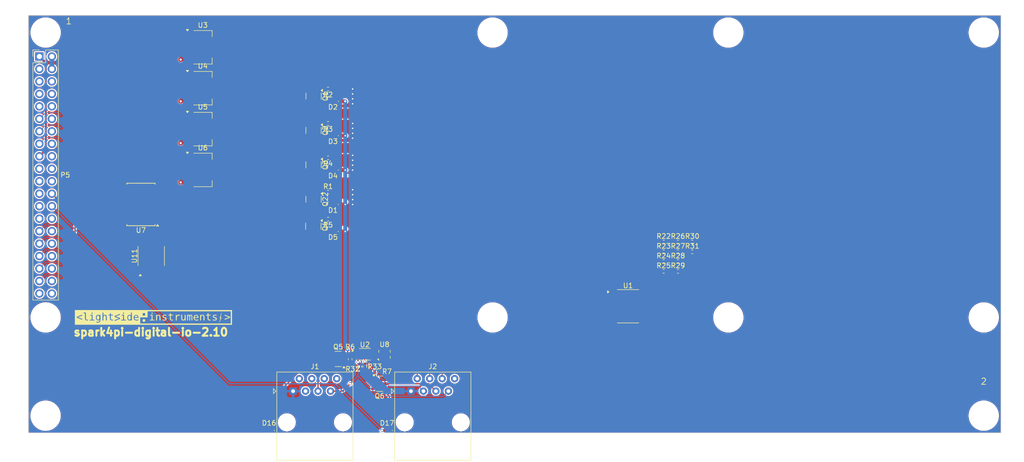
<source format=kicad_pcb>
(kicad_pcb (version 20240108) (generator "pcbnew") (generator_version "8.0")
  (title_block (title "spark4pi-digital-io-2.10") (company "Lightside Instruments AS"))
  (layers (0 "F.Cu" signal) (1 "In1.Cu" mixed) (2 "In2.Cu" mixed) (31 "B.Cu" signal) (34 "B.Paste" user) (35 "F.Paste" user) (36 "B.SilkS" user "B.Silkscreen") (37 "F.SilkS" user "F.Silkscreen") (38 "B.Mask" user) (39 "F.Mask" user) (44 "Edge.Cuts" user))
  (net 0 "")
  (net 1 "GND")
  (net 2 "+5V")
  (net 3 "Net-(Q5-D)")
  (net 4 "v_bus 1")
  (net 5 "+3V3")
  (net 6 "Net-(D17-K)")
  (net 7 "Net-(D1-A)")
  (net 8 "Net-(D2-A)")
  (net 9 "Net-(D3-A)")
  (net 10 "Net-(D4-A)")
  (net 11 "Net-(D5-A)")
  (net 12 "Net-(D16-K)")
  (net 13 "CS_0")
  (net 14 "Net-(Q6-D)")
  (net 15 "Net-(U2-SDA1)")
  (net 16 "Net-(U8-A1)")
  (net 17 "Net-(U8-A3)")
  (net 18 "Net-(U2-SCL1)")
  (net 19 "Net-(U8-A2)")
  (net 20 "bus 1 a 1")
  (net 21 "bus 1 a 2")
  (net 24 "CS_4")
  (net 25 "CS_1")
  (net 27 "unconnected-(P5-PWM0{slash}GPIO12-Pad32)")
  (net 28 "unconnected-(P5-GPIO26-Pad37)")
  (net 30 "unconnected-(P5-GCLK2{slash}GPIO6-Pad31)")
  (net 31 "CS_3")
  (net 32 "SCK")
  (net 33 "unconnected-(P5-GCLK1{slash}GPIO5-Pad29)")
  (net 35 "unconnected-(P5-GPIO16-Pad36)")
  (net 37 "unconnected-(P5-PWM1{slash}GPIO13-Pad33)")
  (net 38 "CS_5")
  (net 39 "CS_2")
  (net 40 "MOSI")
  (net 44 "unconnected-(P5-GPIO19{slash}MISO1-Pad35)")
  (net 48 "MISO")
  (net 49 "SCL")
  (net 51 "unconnected-(P5-GPIO17-Pad11)")
  (net 56 "SDA")
  (net 57 "unconnected-(P5-GPIO18{slash}PWM0-Pad12)")
  (net 58 "+1V2")
  (net 59 "bus 1  1.2v")
  (net 60 "+1V8")
  (net 61 "bus 1  1.8v")
  (net 62 "+2V5")
  (net 63 "bus 1  2.5v")
  (net 64 "bus 1  3.3v")
  (net 65 "bus 1  5v")
  (net 66 "SCL 3")
  (net 67 "SDA 3")
  (net 68 "SCL 2")
  (net 69 "SDA 2")
  (net 70 "SCL 1")
  (net 71 "SDA 1")
  (net 72 "SCL 0")
  (net 73 "SDA 0")
  (net 84 "bus 2  1.8v")
  (net 85 "bus 3  2.5v")
  (net 88 "bus 2  3.3v")
  (net 89 "bus 3  1.2v")
  (net 91 "bus 2  2.5v")
  (net 93 "bus 2  5v")
  (net 94 "bus 2  1.2v")
  (net 95 "bus 3  5v")
  (net 96 "bus 3  3.3v")
  (net 97 "bus 3  1.8v")
  (net 101 "bus 3 a 2")
  (net 102 "bus 2 a 2")
  (net 103 "bus 3 a 1")
  (net 107 "bus 2 a 1")
  (footprint "Diode_SMD:D_0402_1005Metric" (layer "F.Cu") (at 78 72.5 180)
    (property "Reference" "D4")
    (property "Value" "D_Schottky")
  )
  (footprint "" (layer "F.Cu") (at 19.5 122.5)
    (property "Reference" "")
    (property "Value" "")
  )
  (footprint "spark:mount_hole" (layer "F.Cu") (at 19.5 44.5)
    (property "Reference" "" (hide yes))
    (property "Value" "" (hide yes))
  )
  (footprint "Package_TO_SOT_SMD:SOT-23" (layer "F.Cu") (at 79.0625 110.95 180)
    (property "Reference" "Q5")
    (property "Value" "AO3400A")
  )
  (footprint "Resistor_SMD:R_0402_1005Metric" (layer "F.Cu") (at 77 82.5 180)
    (property "Reference" "R5")
    (property "Value" "1k")
  )
  (footprint "Package_TO_SOT_SMD:SOT-23" (layer "F.Cu") (at 87.5 116)
    (property "Reference" "Q6")
    (property "Value" "AO3400A")
  )
  (footprint "Diode_SMD:D_0402_1005Metric" (layer "F.Cu") (at 78 58.5 180)
    (property "Reference" "D2")
    (property "Value" "D_Schottky")
  )
  (footprint "Package_SO:TSSOP-20_4.4x6.5mm_P0.65mm" (layer "F.Cu") (at 138.075 100.225)
    (property "Reference" "U1")
    (property "Value" "PCA9544APW")
  )
  (footprint "spark:PinHeader_2x20_P2.54mm_Vertical_1_04mm" (layer "F.Cu") (at 18.23 49.37)
    (property "Reference" "P5")
    (property "Value" "Raspberry_Pi_2_3")
  )
  (footprint "Package_TO_SOT_SMD:SOT-23" (layer "F.Cu") (at 74.05 64.4375 -90)
    (property "Reference" "Q2")
    (property "Value" "AO3400A")
  )
  (footprint "Resistor_SMD:R_0402_1005Metric" (layer "F.Cu") (at 151.15 87.145)
    (property "Reference" "R30")
    (property "Value" "4.7k")
  )
  (footprint "Resistor_SMD:R_0402_1005Metric" (layer "F.Cu") (at 148.24 87.145)
    (property "Reference" "R26")
    (property "Value" "4.7k")
  )
  (footprint "Package_TO_SOT_SMD:SOT-223-3_TabPin2" (layer "F.Cu") (at 51.5 72.475)
    (property "Reference" "U6")
    (property "Value" "LD1117S12TR_SOT223")
  )
  (footprint "Resistor_SMD:R_0402_1005Metric" (layer "F.Cu") (at 145.33 93.115)
    (property "Reference" "R25")
    (property "Value" "4.7k")
  )
  (footprint "spark:lsi-logo-32mm-silks" (layer "F.Cu") (at 39.5 102.5)
    (property "Reference" "" (hide yes))
    (property "Value" "" (hide yes))
  )
  (footprint "Package_TO_SOT_SMD:SOT-23" (layer "F.Cu") (at 74.05 78.4375 -90)
    (property "Reference" "Q22")
    (property "Value" "AO3400A")
  )
  (footprint "Resistor_SMD:R_0402_1005Metric" (layer "F.Cu") (at 145.33 87.145)
    (property "Reference" "R22")
    (property "Value" "4.7k")
  )
  (footprint "spark:mount_hole" (layer "F.Cu") (at 110.5 44.5)
    (property "Reference" "" (hide yes))
    (property "Value" "" (hide yes))
  )
  (footprint "Resistor_SMD:R_0402_1005Metric" (layer "F.Cu") (at 87 113.5 180)
    (property "Reference" "R7")
    (property "Value" "1k")
  )
  (footprint "Package_TO_SOT_SMD:SOT-223-3_TabPin2" (layer "F.Cu") (at 51.5 64.15)
    (property "Reference" "U5")
    (property "Value" "LD1117S33TR_SOT223")
  )
  (footprint "Resistor_SMD:R_0402_1005Metric" (layer "F.Cu") (at 145.33 89.135)
    (property "Reference" "R23")
    (property "Value" "4.7k")
  )
  (footprint "spark:mount_hole" (layer "F.Cu") (at 210.5 122.5)
    (property "Reference" "" (hide yes))
    (property "Value" "" (hide yes))
  )
  (footprint "Package_SO:SSOP-24_5.3x8.2mm_P0.65mm" (layer "F.Cu") (at 38.9 79.5 180)
    (property "Reference" "U7")
    (property "Value" "TCA9535DBR")
  )
  (footprint "Resistor_SMD:R_0402_1005Metric" (layer "F.Cu") (at 81.5 111.01 -90)
    (property "Reference" "R6")
    (property "Value" "1k")
  )
  (footprint "Resistor_SMD:R_0402_1005Metric" (layer "F.Cu") (at 77 56 180)
    (property "Reference" "R2")
    (property "Value" "1k")
  )
  (footprint "Package_TO_SOT_SMD:SOT-223-3_TabPin2" (layer "F.Cu") (at 51.5 47.5)
    (property "Reference" "U3")
    (property "Value" "LD1117S18TR_SOT223")
  )
  (footprint "Resistor_SMD:R_0402_1005Metric" (layer "F.Cu") (at 148.24 89.135)
    (property "Reference" "R27")
    (property "Value" "4.7k")
  )
  (footprint "Package_SO:VSSOP-8_2.3x2mm_P0.5mm" (layer "F.Cu") (at 84.5 110)
    (property "Reference" "U2")
    (property "Value" "PCA9306DC1")
  )
  (footprint "" (layer "F.Cu") (at 210.5 44.5)
    (property "Reference" "")
    (property "Value" "")
  )
  (footprint "Resistor_SMD:R_0402_1005Metric" (layer "F.Cu") (at 151.15 89.135)
    (property "Reference" "R31")
    (property "Value" "4.7k")
  )
  (footprint "Package_TO_SOT_SMD:SOT-23" (layer "F.Cu") (at 74.05 57.4375 -90)
    (property "Reference" "Q1")
    (property "Value" "AO3400A")
  )
  (footprint "Diode_SMD:D_0402_1005Metric" (layer "F.Cu") (at 78 85 180)
    (property "Reference" "D5")
    (property "Value" "D_Schottky")
  )
  (footprint "spark:mount_hole" (layer "F.Cu") (at 19.5 102.5 90)
    (property "Reference" "" (hide yes))
    (property "Value" "" (hide yes))
  )
  (footprint "Resistor_SMD:R_0402_1005Metric" (layer "F.Cu") (at 148.24 93.115)
    (property "Reference" "R29")
    (property "Value" "4.7k")
  )
  (footprint "Resistor_SMD:R_0402_1005Metric" (layer "F.Cu") (at 84.5 112.5 90)
    (property "Reference" "R33")
    (property "Value" "4.7k")
  )
  (footprint "Package_DFN_QFN:Texas_R-PUQFN-N12" (layer "F.Cu") (at 88.5 110 90)
    (property "Reference" "U8")
    (property "Value" "TXB0104RUT")
  )
  (footprint "LED_SMD:LED_0402_1005Metric" (layer "F.Cu") (at 89.015 125.5 180)
    (property "Reference" "D17")
    (property "Value" "Active LED")
  )
  (footprint "Connector_RJ:RJ45_Amphenol_54602-x08_Horizontal" (layer "F.Cu") (at 69.88 117.5)
    (property "Reference" "J1")
    (property "Value" "RJ45")
  )
  (footprint "Resistor_SMD:R_0402_1005Metric" (layer "F.Cu") (at 148.24 91.125)
    (property "Reference" "R28")
    (property "Value" "4.7k")
  )
  (footprint "Diode_SMD:D_0402_1005Metric" (layer "F.Cu") (at 78 65.5 180)
    (property "Reference" "D3")
    (property "Value" "D_Schottky")
  )
  (footprint "Package_TO_SOT_SMD:SOT-23" (layer "F.Cu") (at 74.05 71.4375 -90)
    (property "Reference" "Q3")
    (property "Value" "AO3400A")
  )
  (footprint "Diode_SMD:D_0402_1005Metric" (layer "F.Cu") (at 78 79.5 180)
    (property "Reference" "D1")
    (property "Value" "D_Schottky")
  )
  (footprint "spark:mount_hole" (layer "F.Cu") (at 158.5 44.5)
    (property "Reference" "" (hide yes))
    (property "Value" "" (hide yes))
  )
  (footprint "Resistor_SMD:R_0402_1005Metric" (layer "F.Cu") (at 77 70 180)
    (property "Reference" "R4")
    (property "Value" "1k")
  )
  (footprint "Package_TO_SOT_SMD:SOT-223-3_TabPin2" (layer "F.Cu") (at 51.5 55.825)
    (property "Reference" "U4")
    (property "Value" "LD1117S25TR_SOT223")
  )
  (footprint "Package_TO_SOT_SMD:SOT-23" (layer "F.Cu") (at 74 83.9375 -90)
    (property "Reference" "Q4")
    (property "Value" "AO3400A")
  )
  (footprint "spark:mount_hole" (layer "F.Cu") (at 110.5 102.5 90)
    (property "Reference" "" (hide yes))
    (property "Value" "" (hide yes))
  )
  (footprint "Connector_RJ:RJ45_Amphenol_54602-x08_Horizontal" (layer "F.Cu") (at 93.88 117.5)
    (property "Reference" "J2")
    (property "Value" "RJ45")
  )
  (footprint "Resistor_SMD:R_0402_1005Metric" (layer "F.Cu") (at 83.5 112.5 90)
    (property "Reference" "R32")
    (property "Value" "4.7k")
  )
  (footprint "" (layer "F.Cu") (at 210.5 117.87)
    (property "Reference" "2")
    (property "Value" "")
  )
  (footprint "spark:mount_hole" (layer "F.Cu") (at 158.5 102.5 90)
    (property "Reference" "" (hide yes))
    (property "Value" "" (hide yes))
  )
  (footprint "spark:mount_hole" (layer "F.Cu") (at 210.5 102.5)
    (property "Reference" "" (hide yes))
    (property "Value" "" (hide yes))
  )
  (footprint "Resistor_SMD:R_0402_1005Metric" (layer "F.Cu") (at 77 77)
    (property "Reference" "R1")
    (property "Value" "1k")
  )
  (footprint "Resistor_SMD:R_0402_1005Metric" (layer "F.Cu") (at 77 63 180)
    (property "Reference" "R3")
    (property "Value" "1k")
  )
  (footprint "Resistor_SMD:R_0402_1005Metric" (layer "F.Cu") (at 145.33 91.125)
    (property "Reference" "R24")
    (property "Value" "4.7k")
  )
  (footprint "" (layer "F.Cu") (at 24.21 44.5)
    (property "Reference" "1")
    (property "Value" "")
  )
  (footprint "Package_SO:QSOP-16_3.9x4.9mm_P0.635mm" (layer "F.Cu") (at 41 90 90)
    (property "Reference" "U11")
    (property "Value" "MAX11614")
  )
  (footprint "LED_SMD:LED_0402_1005Metric" (layer "F.Cu") (at 64.985 125.5 180)
    (property "Reference" "D16")
    (property "Value" "Active LED")
  )
  (gr_line (start 214 126) (end 214 41) (stroke (width 0.1)) (layer "Edge.Cuts"))
  (gr_line (start 214 41) (end 16 41) (stroke (width 0.1)) (layer "Edge.Cuts"))
  (gr_line (start 16 126) (end 214 126) (stroke (width 0.1)) (layer "Edge.Cuts"))
  (gr_line (start 16 41) (end 16 126) (stroke (width 0.1)) (layer "Edge.Cuts"))
  (gr_text "spark4pi-digital-io-2.10" (at 25 105.5 0) (layer "F.SilkS") (effects (font (size 1.6 1.6) (thickness 0.4)) (justify left)))
  (segment (start 19.542689 50.682689) (end 19.542689 68.377311) (width 0.4) (layer "F.Cu") (net 0))
  (segment (start 18.23 49.37) (end 19.542689 50.682689) (width 0.4) (layer "F.Cu") (net 0))
  (segment (start 25.85 49.37) (end 25.85 49.43) (width 0.15) (layer "F.Cu") (net 0))
  (segment (start 19.53 50.67) (end 18.23 49.37) (width 0.4) (layer "F.Cu") (net 0))
  (segment (start 19.542689 68.377311) (end 18.23 69.69) (width 0.4) (layer "F.Cu") (net 0))
  (via (at 82 77.5) (size 0.5) (drill 0.3) (layers "F.Cu" "B.Cu") (net 1))
  (via (at 82 65) (size 0.5) (drill 0.3) (layers "F.Cu" "B.Cu") (net 1))
  (via (at 82 58) (size 0.5) (drill 0.3) (layers "F.Cu" "B.Cu") (net 1))
  (via (at 82 71.5) (size 0.5) (drill 0.3) (layers "F.Cu" "B.Cu") (net 1))
  (via (at 82 57) (size 0.5) (drill 0.3) (layers "F.Cu" "B.Cu") (net 1))
  (via (at 82 78.5) (size 0.5) (drill 0.3) (layers "F.Cu" "B.Cu") (net 1))
  (via (at 82 64) (size 0.5) (drill 0.3) (layers "F.Cu" "B.Cu") (net 1))
  (via (at 82 63) (size 0.5) (drill 0.3) (layers "F.Cu" "B.Cu") (net 1))
  (via (at 82 59) (size 0.5) (drill 0.3) (layers "F.Cu" "B.Cu") (net 1))
  (via (at 82 76.5) (size 0.5) (drill 0.3) (layers "F.Cu" "B.Cu") (net 1))
  (via (at 82 66) (size 0.5) (drill 0.3) (layers "F.Cu" "B.Cu") (net 1))
  (via (at 82 79.5) (size 0.5) (drill 0.3) (layers "F.Cu" "B.Cu") (net 1))
  (via (at 82 70.5) (size 0.5) (drill 0.3) (layers "F.Cu" "B.Cu") (net 1))
  (via (at 82 56) (size 0.5) (drill 0.3) (layers "F.Cu" "B.Cu") (net 1))
  (via (at 82 72.5) (size 0.5) (drill 0.3) (layers "F.Cu" "B.Cu") (net 1))
  (via (at 82 69.5) (size 0.5) (drill 0.3) (layers "F.Cu" "B.Cu") (net 1))
  (segment (start 47.55 66.45) (end 47 67) (width 1) (layer "F.Cu") (net 2))
  (segment (start 47.225 74.775) (end 47 75) (width 1) (layer "F.Cu") (net 2))
  (segment (start 48.35 66.45) (end 47.55 66.45) (width 1) (layer "F.Cu") (net 2))
  (segment (start 47.2 49.8) (end 47 50) (width 1) (layer "F.Cu") (net 2))
  (segment (start 48.35 58.125) (end 47.375 58.125) (width 1) (layer "F.Cu") (net 2))
  (segment (start 48.35 49.8) (end 47.2 49.8) (width 1) (layer "F.Cu") (net 2))
  (segment (start 48.35 74.775) (end 47.225 74.775) (width 1) (layer "F.Cu") (net 2))
  (segment (start 47.375 58.125) (end 47 58.5) (width 1) (layer "F.Cu") (net 2))
  (via (at 47 58.5) (size 0.6) (drill 0.4) (layers "F.Cu" "B.Cu") (net 2))
  (via (at 47 50) (size 0.6) (drill 0.4) (layers "F.Cu" "B.Cu") (net 2))
  (via (at 47 75) (size 0.6) (drill 0.4) (layers "F.Cu" "B.Cu") (net 2))
  (via (at 47 67) (size 0.6) (drill 0.4) (layers "F.Cu" "B.Cu") (net 2))
  (segment (start 20.77 51.91) (end 20.77 49.37) (width 1) (layer "B.Cu") (net 2))
  (segment (start 74.96 113.5) (end 74.96 117.5) (width 0.254) (layer "F.Cu") (net 3))
  (segment (start 78.125 110.95) (end 76.247602 110.95) (width 0.254) (layer "F.Cu") (net 3))
  (segment (start 74.96 112.237602) (end 74.96 113.5) (width 0.254) (layer "F.Cu") (net 3))
  (segment (start 83.5 113.01) (end 84 113.01) (width 0.254) (layer "F.Cu") (net 3))
  (segment (start 76.247602 110.95) (end 74.96 112.237602) (width 0.254) (layer "F.Cu") (net 3))
  (segment (start 75.45 113.01) (end 83.5 113.01) (width 0.254) (layer "F.Cu") (net 3))
  (segment (start 74.96 113.5) (end 75.45 113.01) (width 0.254) (layer "F.Cu") (net 3))
  (segment (start 84 113.01) (end 84.5 113.01) (width 0.254) (layer "F.Cu") (net 3))
  (segment (start 85 110.928658) (end 83.821342 109.75) (width 0.254) (layer "F.Cu") (net 4))
  (segment (start 85 111) (end 85 110.928658) (width 0.254) (layer "F.Cu") (net 4))
  (segment (start 78.485 65.5) (end 80.5 65.5) (width 0.8) (layer "F.Cu") (net 4))
  (segment (start 80.5 85) (end 78.485 85) (width 0.8) (layer "F.Cu") (net 4))
  (segment (start 78.485 58.5) (end 80.5 58.5) (width 0.8) (layer "F.Cu") (net 4))
  (segment (start 80.25 109.75) (end 80 110) (width 0.254) (layer "F.Cu") (net 4))
  (segment (start 86.5625 116.95) (end 85.097 115.4845) (width 0.254) (layer "F.Cu") (net 4))
  (segment (start 86.85 111.5) (end 87.7 110.65) (width 0.254) (layer "F.Cu") (net 4))
  (segment (start 85.097 111.5) (end 86.85 111.5) (width 0.254) (layer "F.Cu") (net 4))
  (segment (start 81 109.75) (end 80.25 109.75) (width 0.254) (layer "F.Cu") (net 4))
  (segment (start 85.097 111.5) (end 85.097 111.097) (width 0.254) (layer "F.Cu") (net 4))
  (segment (start 83.821342 109.75) (end 83.1 109.75) (width 0.254) (layer "F.Cu") (net 4))
  (segment (start 83.1 109.75) (end 81 109.75) (width 0.254) (layer "F.Cu") (net 4))
  (segment (start 85.097 111.097) (end 85 111) (width 0.254) (layer "F.Cu") (net 4))
  (segment (start 81 109.75) (end 81 109) (width 0.254) (layer "F.Cu") (net 4))
  (segment (start 85.097 115.4845) (end 85.097 111.5) (width 0.254) (layer "F.Cu") (net 4))
  (segment (start 78.485 72.5) (end 80.5 72.5) (width 0.8) (layer "F.Cu") (net 4))
  (segment (start 80.5 79.5) (end 78.485 79.5) (width 0.8) (layer "F.Cu") (net 4))
  (via (at 80.5 65.5) (size 0.5) (drill 0.3) (layers "F.Cu" "B.Cu") (net 4))
  (via (at 80.5 58.5) (size 0.6) (drill 0.4) (layers "F.Cu" "B.Cu") (net 4))
  (via (at 80.5 85) (size 0.5) (drill 0.3) (layers "F.Cu" "B.Cu") (net 4))
  (via (at 81 109) (size 0.5) (drill 0.3) (layers "F.Cu" "B.Cu") (net 4))
  (via (at 80.5 79.5) (size 0.5) (drill 0.3) (layers "F.Cu" "B.Cu") (net 4))
  (via (at 80.5 72.5) (size 0.5) (drill 0.3) (layers "F.Cu" "B.Cu") (net 4))
  (segment (start 80.5 79.5) (end 80.5 85) (width 0.8) (layer "B.Cu") (net 4))
  (segment (start 80.5 65.5) (end 80.5 72.5) (width 0.8) (layer "B.Cu") (net 4))
  (segment (start 80.5 108.5) (end 81 109) (width 0.8) (layer "B.Cu") (net 4))
  (segment (start 80.5 58.5) (end 80.5 65.5) (width 0.8) (layer "B.Cu") (net 4))
  (segment (start 80.5 72.5) (end 80.5 79.5) (width 0.8) (layer "B.Cu") (net 4))
  (segment (start 80.5 85) (end 80.5 108.5) (width 0.8) (layer "B.Cu") (net 4))
  (segment (start 209.5 68) (end 210.5 67) (width 2) (layer "F.Cu") (net 5))
  (segment (start 48.35 64.15) (end 54.65 64.15) (width 1) (layer "F.Cu") (net 5))
  (segment (start 58.5 68) (end 209.5 68) (width 2) (layer "F.Cu") (net 5))
  (segment (start 54.65 64.15) (end 58.5 68) (width 2) (layer "F.Cu") (net 5))
  (segment (start 86.5625 113.5725) (end 86.49 113.5) (width 0.254) (layer "F.Cu") (net 6))
  (segment (start 89.5 118.541974) (end 86.5625 115.604474) (width 0.254) (layer "F.Cu") (net 6))
  (segment (start 86.5625 115.604474) (end 86.5625 115.05) (width 0.254) (layer "F.Cu") (net 6))
  (segment (start 89.5 125.5) (end 89.5 118.541974) (width 0.254) (layer "F.Cu") (net 6))
  (segment (start 86.5625 115.05) (end 86.5625 113.5725) (width 0.254) (layer "F.Cu") (net 6))
  (segment (start 77.515 79.5) (end 74.175 79.5) (width 0.8) (layer "F.Cu") (net 7))
  (segment (start 74.175 79.5) (end 74.05 79.375) (width 0.8) (layer "F.Cu") (net 7))
  (segment (start 77.515 58.5) (end 74.175 58.5) (width 0.8) (layer "F.Cu") (net 8))
  (segment (start 74.175 58.5) (end 74.05 58.375) (width 0.5) (layer "F.Cu") (net 8))
  (segment (start 74.175 65.5) (end 74.05 65.375) (width 0.5) (layer "F.Cu") (net 9))
  (segment (start 77.515 65.5) (end 74.175 65.5) (width 0.8) (layer "F.Cu") (net 9))
  (segment (start 77.515 72.5) (end 74.175 72.5) (width 0.8) (layer "F.Cu") (net 10))
  (segment (start 74.175 72.5) (end 74.05 72.375) (width 0.8) (layer "F.Cu") (net 10))
  (segment (start 77.515 85) (end 74.125 85) (width 0.8) (layer "F.Cu") (net 11))
  (segment (start 74.125 85) (end 74 84.875) (width 0.8) (layer "F.Cu") (net 11))
  (segment (start 80.38 111.52) (end 80 111.9) (width 0.254) (layer "F.Cu") (net 12))
  (segment (start 80 111.479474) (end 80 111.9) (width 0.254) (layer "F.Cu") (net 12))
  (segment (start 74.284602 110.373) (end 78.893526 110.373) (width 0.254) (layer "F.Cu") (net 12))
  (segment (start 65.47 125.5) (end 65.47 119.187602) (width 0.254) (layer "F.Cu") (net 12))
  (segment (start 81.5 111.52) (end 80.38 111.52) (width 0.254) (layer "F.Cu") (net 12))
  (segment (start 65.47 119.187602) (end 74.284602 110.373) (width 0.254) (layer "F.Cu") (net 12))
  (segment (start 78.893526 110.373) (end 80 111.479474) (width 0.254) (layer "F.Cu") (net 12))
  (segment (start 25.5 82.04) (end 20.77 77.31) (width 0.254) (layer "F.Cu") (net 13))
  (segment (start 25.5 86.5) (end 25.5 82.04) (width 0.254) (layer "F.Cu") (net 13))
  (segment (start 64.5 125.5) (end 25.5 86.5) (width 0.254) (layer "F.Cu") (net 13))
  (segment (start 97.46 116) (end 98.96 117.5) (width 0.254) (layer "F.Cu") (net 14))
  (segment (start 88.4375 116) (end 97.46 116) (width 0.254) (layer "F.Cu") (net 14))
  (segment (start 80 117.5) (end 77.5 117.5) (width 0.254) (layer "F.Cu") (net 15))
  (segment (start 83.1 110.75) (end 83.1 111.59) (width 0.254) (layer "F.Cu") (net 15))
  (segment (start 83.5 111.99) (end 83.1 111.59) (width 0.254) (layer "F.Cu") (net 15))
  (segment (start 81.5 116) (end 80 117.5) (width 0.254) (layer "F.Cu") (net 15))
  (via (at 83.1 111.59) (size 0.6) (drill 0.4) (layers "F.Cu" "B.Cu") (net 15))
  (via (at 81.5 116) (size 0.6) (drill 0.4) (layers "F.Cu" "B.Cu") (net 15))
  (segment (start 83.1 114.4) (end 83.1 111.59) (width 0.254) (layer "B.Cu") (net 15))
  (segment (start 100.4722 118.5278) (end 87.2278 118.5278) (width 0.2) (layer "B.Cu") (net 15))
  (segment (start 87.2278 118.5278) (end 83.1 114.4) (width 0.2) (layer "B.Cu") (net 15))
  (segment (start 101.5 117.5) (end 100.4722 118.5278) (width 0.2) (layer "B.Cu") (net 15))
  (segment (start 81.5 116) (end 83.1 114.4) (width 0.254) (layer "B.Cu") (net 15))
  (segment (start 90.260052 113.5) (end 95 113.5) (width 0.2) (layer "F.Cu") (net 16))
  (segment (start 95.15 113.65) (end 95.15 114.96) (width 0.2) (layer "F.Cu") (net 16))
  (segment (start 88.1 110.65) (end 88.1 111.339948) (width 0.2) (layer "F.Cu") (net 16))
  (segment (start 88.1 111.339948) (end 90.260052 113.5) (width 0.2) (layer "F.Cu") (net 16))
  (segment (start 95 113.5) (end 95.15 113.65) (width 0.2) (layer "F.Cu") (net 16))
  (segment (start 88.9 111.15) (end 90.25 112.5) (width 0.2) (layer "F.Cu") (net 17))
  (segment (start 100.23 112.5) (end 100.23 114.96) (width 0.2) (layer "F.Cu") (net 17))
  (segment (start 88.9 110.65) (end 88.9 111.15) (width 0.2) (layer "F.Cu") (net 17))
  (segment (start 90.25 112.5) (end 100.23 112.5) (width 0.2) (layer "F.Cu") (net 17))
  (segment (start 83.75 110.25) (end 84.5 111) (width 0.254) (layer "F.Cu") (net 18))
  (segment (start 84.5 111) (end 84.5 111.5) (width 0.254) (layer "F.Cu") (net 18))
  (segment (start 83.1 110.25) (end 83.75 110.25) (width 0.254) (layer "F.Cu") (net 18))
  (segment (start 84.5 111.5) (end 84.5 111.99) (width 0.254) (layer "F.Cu") (net 18))
  (via (at 84.5 111.5) (size 0.6) (drill 0.4) (layers "F.Cu" "B.Cu") (net 18))
  (segment (start 95.3922 116.4722) (end 89.4722 116.4722) (width 0.2) (layer "B.Cu") (net 18))
  (segment (start 89.4722 116.4722) (end 84.5 111.5) (width 0.2) (layer "B.Cu") (net 18))
  (segment (start 96.42 117.5) (end 95.3922 116.4722) (width 0.2) (layer "B.Cu") (net 18))
  (segment (start 88.5 111.244974) (end 90.255026 113) (width 0.2) (layer "F.Cu") (net 19))
  (segment (start 90.255026 113) (end 97.69 113) (width 0.2) (layer "F.Cu") (net 19))
  (segment (start 88.5 110.65) (end 88.5 111.244974) (width 0.2) (layer "F.Cu") (net 19))
  (segment (start 97.69 113) (end 97.69 114.96) (width 0.2) (layer "F.Cu") (net 19))
  (segment (start 22.04 63.34) (end 22.675 63.975) (width 0.15) (layer "B.Cu") (net 24))
  (segment (start 18.23 64.61) (end 19.5 63.34) (width 0.15) (layer "B.Cu") (net 24))
  (segment (start 19.5 63.34) (end 22.04 63.34) (width 0.15) (layer "B.Cu") (net 24))
  (segment (start 88.53 125.5) (end 88 125.5) (width 0.254) (layer "F.Cu") (net 25))
  (via (at 88 125.5) (size 0.6) (drill 0.4) (layers "F.Cu" "B.Cu") (net 25))
  (segment (start 88 125.5) (end 78.5 116) (width 0.254) (layer "B.Cu") (net 25))
  (segment (start 56.92 116) (end 20.77 79.85) (width 0.254) (layer "B.Cu") (net 25))
  (segment (start 78.5 116) (end 56.92 116) (width 0.254) (layer "B.Cu") (net 25))
  (segment (start 21.405 88.105) (end 20.77 87.47) (width 0.15) (layer "B.Cu") (net 27))
  (segment (start 18.23 95.09) (end 19.5 93.82) (width 0.15) (layer "B.Cu") (net 28))
  (segment (start 22.04 93.82) (end 22.675 94.455) (width 0.15) (layer "B.Cu") (net 28))
  (segment (start 19.5 93.82) (end 22.04 93.82) (width 0.15) (layer "B.Cu") (net 28))
  (segment (start 22.04 86.2) (end 22.675 86.835) (width 0.15) (layer "B.Cu") (net 30))
  (segment (start 18.23 87.47) (end 19.5 86.2) (width 0.15) (layer "B.Cu") (net 30))
  (segment (start 19.5 86.2) (end 22.04 86.2) (width 0.15) (layer "B.Cu") (net 30))
  (segment (start 22.04 83.66) (end 22.675 84.295) (width 0.15) (layer "B.Cu") (net 33))
  (segment (start 19.5 83.66) (end 22.04 83.66) (width 0.15) (layer "B.Cu") (net 33))
  (segment (start 18.23 84.93) (end 19.5 83.66) (width 0.15) (layer "B.Cu") (net 33))
  (segment (start 21.405 93.185) (end 20.77 92.55) (width 0.15) (layer "B.Cu") (net 35))
  (segment (start 19.5 88.74) (end 22.04 88.74) (width 0.15) (layer "B.Cu") (net 37))
  (segment (start 18.23 90.01) (end 19.5 88.74) (width 0.15) (layer "B.Cu") (net 37))
  (segment (start 22.04 88.74) (end 22.675 89.375) (width 0.15) (layer "B.Cu") (net 37))
  (segment (start 18.23 67.15) (end 19.5 65.88) (width 0.15) (layer "B.Cu") (net 38))
  (segment (start 19.5 65.88) (end 22.04 65.88) (width 0.15) (layer "B.Cu") (net 38))
  (segment (start 22.04 65.88) (end 22.675 66.515) (width 0.15) (layer "B.Cu") (net 38))
  (segment (start 21.405 67.785) (end 20.77 67.15) (width 0.15) (layer "B.Cu") (net 39))
  (segment (start 18.23 92.55) (end 19.5 91.28) (width 0.15) (layer "B.Cu") (net 44))
  (segment (start 19.5 91.28) (end 22.04 91.28) (width 0.15) (layer "B.Cu") (net 44))
  (segment (start 22.04 91.28) (end 22.675 91.915) (width 0.15) (layer "B.Cu") (net 44))
  (segment (start 22.04 60.8) (end 22.675 61.435) (width 0.15) (layer "B.Cu") (net 51))
  (segment (start 18.23 62.07) (end 19.5 60.8) (width 0.15) (layer "B.Cu") (net 51))
  (segment (start 19.5 60.8) (end 22.04 60.8) (width 0.15) (layer "B.Cu") (net 51))
  (segment (start 20.77 62.07) (end 21.405 62.705) (width 0.15) (layer "B.Cu") (net 57))
  (segment (start 210 75) (end 210.5 74.5) (width 2) (layer "F.Cu") (net 58))
  (segment (start 57.175 75) (end 210 75) (width 2) (layer "F.Cu") (net 58))
  (segment (start 54.65 72.475) (end 57.175 75) (width 2) (layer "F.Cu") (net 58))
  (segment (start 48.35 72.475) (end 54.65 72.475) (width 1) (layer "F.Cu") (net 58))
  (segment (start 75.5 77) (end 75 77.5) (width 0.254) (layer "F.Cu") (net 59))
  (segment (start 76.49 77) (end 75.5 77) (width 0.254) (layer "F.Cu") (net 59))
  (segment (start 54.65 47.5) (end 61.15 54) (width 2) (layer "F.Cu") (net 60))
  (segment (start 61.15 54) (end 209.5 54) (width 2) (layer "F.Cu") (net 60))
  (segment (start 48.35 47.5) (end 54.65 47.5) (width 1) (layer "F.Cu") (net 60))
  (segment (start 209.5 54) (end 211 55.5) (width 2) (layer "F.Cu") (net 60))
  (segment (start 76.49 56) (end 75.5 56) (width 0.254) (layer "F.Cu") (net 61))
  (segment (start 75.5 56) (end 75 56.5) (width 0.254) (layer "F.Cu") (net 61))
  (segment (start 210 61) (end 210.5 60.5) (width 2) (layer "F.Cu") (net 62))
  (segment (start 48.35 55.825) (end 54.65 55.825) (width 1) (layer "F.Cu") (net 62))
  (segment (start 59.825 61) (end 210 61) (width 2) (layer "F.Cu") (net 62))
  (segment (start 54.65 55.825) (end 59.825 61) (width 2) (layer "F.Cu") (net 62))
  (segment (start 75.5 63) (end 75 63.5) (width 0.254) (layer "F.Cu") (net 63))
  (segment (start 76.49 63) (end 75.5 63) (width 0.254) (layer "F.Cu") (net 63))
  (segment (start 75.5 70) (end 75 70.5) (width 0.254) (layer "F.Cu") (net 64))
  (segment (start 76.24 70) (end 75.5 70) (width 0.254) (layer "F.Cu") (net 64))
  (segment (start 75.575 82.5) (end 74.95 83.125) (width 0.254) (layer "F.Cu") (net 65))
  (segment (start 76.49 82.5) (end 75.575 82.5) (width 0.254) (layer "F.Cu") (net 65))
  (zone (net 1) (net_name "GND") (layer "F.Cu") (connect_pads yes (clearance 0.254)) (min_thickness 0.254) (fill yes (thermal_gap 0.508) (thermal_bridge_width 0.508))
    (polygon (pts (xy 215.23 127.37) (xy 14.23 127.37) (xy 14.23 40.37) (xy 215.23 40.37)))
  )
  (zone (net 1) (net_name "GND") (layer "B.Cu") (connect_pads (clearance 0.254)) (min_thickness 0.254) (fill yes (thermal_gap 0.508) (thermal_bridge_width 0.508))
    (polygon (pts (xy 218.71 129.87) (xy 10.21 129.87) (xy 10.71 37.87) (xy 218.71 37.87)))
  )
)
</source>
